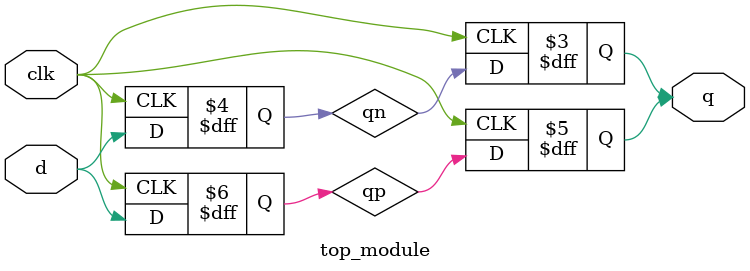
<source format=sv>
module top_module(
  input clk,
  input d,
  output reg q);

  reg qp;
  reg qn;

  always @(posedge clk) begin
    qp <= d;
    q <= qp; // Assign q with the updated qp value on positive edge
  end

  always @(negedge clk) begin
    qn <= d;
    q <= qn; // Assign q with the updated qn value on negative edge
  end

endmodule

</source>
